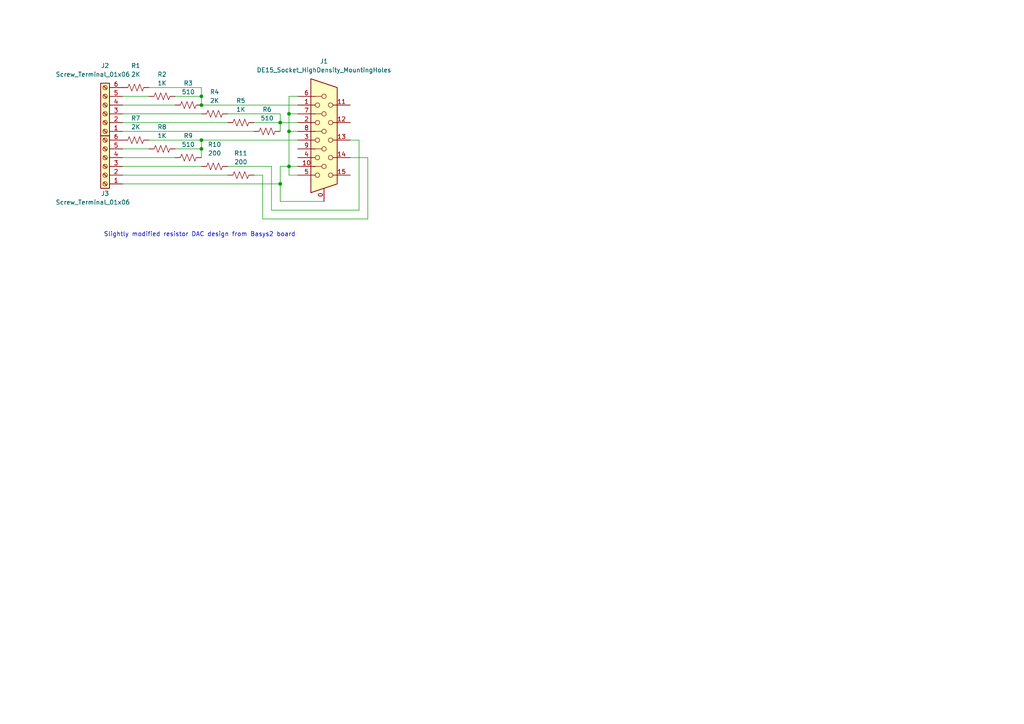
<source format=kicad_sch>
(kicad_sch (version 20250114) (generator "eeschema") (generator_version "9.0")
  (paper "A4")
  (lib_symbols
    (symbol "Connector:DE15_Socket_HighDensity_MountingHoles" (pin_names (offset 1.016) (hide yes))
      (property "Reference" "J" (at 0 21.59 0))
      (property "Value" "DE15_Socket_HighDensity_MountingHoles" (at 0 19.05 0))
      (symbol "DE15_Socket_HighDensity_MountingHoles_0_1"
        (polyline (pts (xy -3.81 17.78) (xy -3.81 -15.24) (xy 3.81 -12.7) (xy 3.81 15.24) (xy -3.81 17.78)) (stroke (width 0.254)) (fill (type background)))
        (polyline (pts (xy -3.175 7.62) (xy -0.635 7.62)))
        (circle (center -1.905 10.16) (radius 0.635))
        (circle (center -1.905 5.08) (radius 0.635))
        (circle (center -1.905 0) (radius 0.635))
        (circle (center -1.905 -5.08) (radius 0.635))
        (circle (center -1.905 -10.16) (radius 0.635))
        (polyline (pts (xy -0.635 12.7) (xy -3.175 12.7)))
        (polyline (pts (xy -0.635 2.54) (xy -3.175 2.54)))
        (polyline (pts (xy -0.635 -2.54) (xy -3.175 -2.54)))
        (polyline (pts (xy -0.635 -7.62) (xy -3.175 -7.62)))
        (circle (center 0 12.7) (radius 0.635))
        (circle (center 0 7.62) (radius 0.635))
        (circle (center 0 2.54) (radius 0.635))
        (circle (center 0 -2.54) (radius 0.635))
        (circle (center 0 -7.62) (radius 0.635))
        (circle (center 1.905 10.16) (radius 0.635))
        (circle (center 1.905 5.08) (radius 0.635))
        (circle (center 1.905 0) (radius 0.635))
        (circle (center 1.905 -5.08) (radius 0.635))
        (circle (center 1.905 -10.16) (radius 0.635))
      )
      (symbol "DE15_Socket_HighDensity_MountingHoles_1_1"
        (pin passive line (at -7.62 12.7 0) (length 5.08) (name "~") (number "6"))
        (pin passive line (at -7.62 10.16 0) (length 5.08) (name "~") (number "1"))
        (pin passive line (at -7.62 7.62 0) (length 5.08) (name "~") (number "7"))
        (pin passive line (at -7.62 5.08 0) (length 5.08) (name "~") (number "2"))
        (pin passive line (at -7.62 2.54 0) (length 5.08) (name "~") (number "8"))
        (pin passive line (at -7.62 0 0) (length 5.08) (name "~") (number "3"))
        (pin passive line (at -7.62 -2.54 0) (length 5.08) (name "~") (number "9"))
        (pin passive line (at -7.62 -5.08 0) (length 5.08) (name "~") (number "4"))
        (pin passive line (at -7.62 -7.62 0) (length 5.08) (name "~") (number "10"))
        (pin passive line (at -7.62 -10.16 0) (length 5.08) (name "~") (number "5"))
        (pin passive line (at 0 -17.78 90) (length 3.81) (name "~") (number "0"))
        (pin passive line (at 7.62 10.16 180) (length 5.08) (name "~") (number "11"))
        (pin passive line (at 7.62 5.08 180) (length 5.08) (name "~") (number "12"))
        (pin passive line (at 7.62 0 180) (length 5.08) (name "~") (number "13"))
        (pin passive line (at 7.62 -5.08 180) (length 5.08) (name "~") (number "14"))
        (pin passive line (at 7.62 -10.16 180) (length 5.08) (name "~") (number "15"))
      )
    )
    (symbol "Connector:Screw_Terminal_01x06" (pin_names (offset 1.016) (hide yes))
      (property "Reference" "J" (at 0 7.62 0))
      (property "Value" "Screw_Terminal_01x06" (at 0 -10.16 0))
      (symbol "Screw_Terminal_01x06_1_1"
        (rectangle (start -1.27 6.35) (end 1.27 -8.89) (stroke (width 0.254)) (fill (type background)))
        (polyline (pts (xy -0.5334 5.4102) (xy 0.3302 4.572)) (stroke (width 0.1524)))
        (polyline (pts (xy -0.5334 2.8702) (xy 0.3302 2.032)) (stroke (width 0.1524)))
        (polyline (pts (xy -0.5334 0.3302) (xy 0.3302 -0.508)) (stroke (width 0.1524)))
        (polyline (pts (xy -0.5334 -2.2098) (xy 0.3302 -3.048)) (stroke (width 0.1524)))
        (polyline (pts (xy -0.5334 -4.7498) (xy 0.3302 -5.588)) (stroke (width 0.1524)))
        (polyline (pts (xy -0.5334 -7.2898) (xy 0.3302 -8.128)) (stroke (width 0.1524)))
        (polyline (pts (xy -0.3556 5.588) (xy 0.508 4.7498)) (stroke (width 0.1524)))
        (polyline (pts (xy -0.3556 3.048) (xy 0.508 2.2098)) (stroke (width 0.1524)))
        (polyline (pts (xy -0.3556 0.508) (xy 0.508 -0.3302)) (stroke (width 0.1524)))
        (polyline (pts (xy -0.3556 -2.032) (xy 0.508 -2.8702)) (stroke (width 0.1524)))
        (polyline (pts (xy -0.3556 -4.572) (xy 0.508 -5.4102)) (stroke (width 0.1524)))
        (polyline (pts (xy -0.3556 -7.112) (xy 0.508 -7.9502)) (stroke (width 0.1524)))
        (circle (center 0 5.08) (radius 0.635) (stroke (width 0.1524)))
        (circle (center 0 2.54) (radius 0.635) (stroke (width 0.1524)))
        (circle (center 0 0) (radius 0.635) (stroke (width 0.1524)))
        (circle (center 0 -2.54) (radius 0.635) (stroke (width 0.1524)))
        (circle (center 0 -5.08) (radius 0.635) (stroke (width 0.1524)))
        (circle (center 0 -7.62) (radius 0.635) (stroke (width 0.1524)))
        (pin passive line (at -5.08 5.08 0) (length 3.81) (name "Pin_1") (number "1"))
        (pin passive line (at -5.08 2.54 0) (length 3.81) (name "Pin_2") (number "2"))
        (pin passive line (at -5.08 0 0) (length 3.81) (name "Pin_3") (number "3"))
        (pin passive line (at -5.08 -2.54 0) (length 3.81) (name "Pin_4") (number "4"))
        (pin passive line (at -5.08 -5.08 0) (length 3.81) (name "Pin_5") (number "5"))
        (pin passive line (at -5.08 -7.62 0) (length 3.81) (name "Pin_6") (number "6"))
      )
    )
    (symbol "Device:R_US" (pin_numbers (hide yes)) (pin_names (offset 0))
      (property "Reference" "R" (at 2.54 0 90))
      (property "Value" "R_US" (at -2.54 0 90))
      (symbol "R_US_0_1"
        (polyline (pts (xy 0 2.286) (xy 0 2.54)))
        (polyline (pts (xy 0 2.286) (xy 1.016 1.905) (xy 0 1.524) (xy -1.016 1.143) (xy 0 0.762)))
        (polyline (pts (xy 0 0.762) (xy 1.016 0.381) (xy 0 0) (xy -1.016 -0.381) (xy 0 -0.762)))
        (polyline (pts (xy 0 -0.762) (xy 1.016 -1.143) (xy 0 -1.524) (xy -1.016 -1.905) (xy 0 -2.286)))
        (polyline (pts (xy 0 -2.286) (xy 0 -2.54)))
      )
      (symbol "R_US_1_1"
        (pin passive line (at 0 3.81 270) (length 1.27) (name "~") (number "1"))
        (pin passive line (at 0 -3.81 90) (length 1.27) (name "~") (number "2"))
      )
    )
  )
  (text "Slightly modified resistor DAC design from Basys2 board" (at 57.912 68.072 0) (effects (font (size 1.27 1.27))))
  (junction (at 83.82 33.02))
  (junction (at 83.82 38.1))
  (junction (at 58.42 30.48))
  (junction (at 58.42 43.18))
  (junction (at 58.42 40.64))
  (junction (at 58.42 27.94))
  (junction (at 83.82 48.26))
  (junction (at 81.28 35.56))
  (junction (at 81.28 53.34))
  (wire (pts (xy 35.56 35.56) (xy 66.04 35.56)))
  (wire (pts (xy 35.56 33.02) (xy 58.42 33.02)))
  (wire (pts (xy 35.56 50.8) (xy 66.04 50.8)))
  (wire (pts (xy 76.2 50.8) (xy 76.2 63.5)))
  (wire (pts (xy 58.42 43.18) (xy 58.42 45.72)))
  (wire (pts (xy 35.56 43.18) (xy 43.18 43.18)))
  (wire (pts (xy 35.56 48.26) (xy 58.42 48.26)))
  (wire (pts (xy 93.98 58.42) (xy 81.28 58.42)))
  (wire (pts (xy 43.18 40.64) (xy 58.42 40.64)))
  (wire (pts (xy 78.74 60.96) (xy 104.14 60.96)))
  (wire (pts (xy 104.14 60.96) (xy 104.14 40.64)))
  (wire (pts (xy 76.2 63.5) (xy 106.68 63.5)))
  (wire (pts (xy 81.28 53.34) (xy 81.28 58.42)))
  (wire (pts (xy 50.8 43.18) (xy 58.42 43.18)))
  (wire (pts (xy 83.82 38.1) (xy 86.36 38.1)))
  (wire (pts (xy 35.56 38.1) (xy 73.66 38.1)))
  (wire (pts (xy 81.28 35.56) (xy 86.36 35.56)))
  (wire (pts (xy 78.74 48.26) (xy 78.74 60.96)))
  (wire (pts (xy 86.36 50.8) (xy 83.82 50.8)))
  (wire (pts (xy 58.42 30.48) (xy 86.36 30.48)))
  (wire (pts (xy 86.36 33.02) (xy 83.82 33.02)))
  (wire (pts (xy 58.42 40.64) (xy 58.42 43.18)))
  (wire (pts (xy 58.42 40.64) (xy 86.36 40.64)))
  (wire (pts (xy 83.82 27.94) (xy 83.82 33.02)))
  (wire (pts (xy 58.42 27.94) (xy 58.42 30.48)))
  (wire (pts (xy 73.66 50.8) (xy 76.2 50.8)))
  (wire (pts (xy 86.36 27.94) (xy 83.82 27.94)))
  (wire (pts (xy 81.28 48.26) (xy 83.82 48.26)))
  (wire (pts (xy 50.8 27.94) (xy 58.42 27.94)))
  (wire (pts (xy 83.82 38.1) (xy 83.82 48.26)))
  (wire (pts (xy 104.14 40.64) (xy 101.6 40.64)))
  (wire (pts (xy 66.04 48.26) (xy 78.74 48.26)))
  (wire (pts (xy 81.28 48.26) (xy 81.28 53.34)))
  (wire (pts (xy 81.28 33.02) (xy 81.28 35.56)))
  (wire (pts (xy 66.04 33.02) (xy 81.28 33.02)))
  (wire (pts (xy 35.56 53.34) (xy 81.28 53.34)))
  (wire (pts (xy 73.66 35.56) (xy 81.28 35.56)))
  (wire (pts (xy 83.82 48.26) (xy 83.82 50.8)))
  (wire (pts (xy 58.42 25.4) (xy 58.42 27.94)))
  (wire (pts (xy 83.82 33.02) (xy 83.82 38.1)))
  (wire (pts (xy 81.28 35.56) (xy 81.28 38.1)))
  (wire (pts (xy 106.68 63.5) (xy 106.68 45.72)))
  (wire (pts (xy 83.82 48.26) (xy 86.36 48.26)))
  (wire (pts (xy 35.56 27.94) (xy 43.18 27.94)))
  (wire (pts (xy 106.68 45.72) (xy 101.6 45.72)))
  (wire (pts (xy 43.18 25.4) (xy 58.42 25.4)))
  (wire (pts (xy 35.56 45.72) (xy 50.8 45.72)))
  (wire (pts (xy 35.56 30.48) (xy 50.8 30.48)))
  (symbol (lib_id "Device:R_US") (at 69.85 35.56 270) (unit 1)
    (property "Reference" "R5" (at 69.85 29.21 90))
    (property "Value" "1K" (at 69.85 31.75 90))
    (property "Footprint" "Resistor_SMD:R_1206_3216Metric" (effects (hide yes)))
    (property "Description" "Resistor, US symbol" (effects (hide yes)))
  )
  (symbol (lib_id "Device:R_US") (at 62.23 33.02 270) (unit 1)
    (property "Reference" "R4" (at 62.23 26.67 90))
    (property "Value" "2K" (at 62.23 29.21 90))
    (property "Footprint" "Resistor_SMD:R_1206_3216Metric" (effects (hide yes)))
    (property "Description" "Resistor, US symbol" (effects (hide yes)))
  )
  (symbol (lib_id "Connector:Screw_Terminal_01x06") (at 30.48 33.02 180) (unit 1)
    (property "Reference" "J2" (at 30.48 19.05 0))
    (property "Value" "Screw_Terminal_01x06" (at 26.924 21.59 0))
    (property "Footprint" "TerminalBlock_4Ucon:TerminalBlock_4Ucon_1x06_P3.50mm_Vertical" (effects (hide yes)))
    (property "Description" "Generic screw terminal, single row, 01x06, script generated (kicad-library-utils/schlib/autogen/connector/)" (effects (hide yes)))
  )
  (symbol (lib_id "Device:R_US") (at 77.47 38.1 270) (unit 1)
    (property "Reference" "R6" (at 77.47 31.75 90))
    (property "Value" "510" (at 77.47 34.29 90))
    (property "Footprint" "Resistor_SMD:R_1206_3216Metric" (effects (hide yes)))
    (property "Description" "Resistor, US symbol" (effects (hide yes)))
  )
  (symbol (lib_id "Connector:DE15_Socket_HighDensity_MountingHoles") (at 93.98 40.64 0) (unit 1)
    (property "Reference" "J1" (at 93.98 17.78 0))
    (property "Value" "DE15_Socket_HighDensity_MountingHoles" (at 93.98 20.32 0))
    (property "Footprint" "Connector_Dsub:DSUB-15-HD_Socket_Horizontal_P2.29x2.54mm_EdgePinOffset8.35mm_Housed_MountingHolesOffset10.89mm" (effects (hide yes)))
    (property "Description" "15-pin D-SUB connector, socket (female), High density (3 columns), Triple Row, Generic, VGA-connector, Mounting Hole" (effects (hide yes)))
  )
  (symbol (lib_id "Device:R_US") (at 46.99 43.18 270) (unit 1)
    (property "Reference" "R8" (at 46.99 36.83 90))
    (property "Value" "1K" (at 46.99 39.37 90))
    (property "Footprint" "Resistor_SMD:R_1206_3216Metric" (effects (hide yes)))
    (property "Description" "Resistor, US symbol" (effects (hide yes)))
  )
  (symbol (lib_id "Device:R_US") (at 39.37 40.64 270) (unit 1)
    (property "Reference" "R7" (at 39.37 34.29 90))
    (property "Value" "2K" (at 39.37 36.83 90))
    (property "Footprint" "Resistor_SMD:R_1206_3216Metric" (effects (hide yes)))
    (property "Description" "Resistor, US symbol" (effects (hide yes)))
  )
  (symbol (lib_id "Connector:Screw_Terminal_01x06") (at 30.48 48.26 180) (unit 1)
    (property "Reference" "J3" (at 30.48 56.134 0))
    (property "Value" "Screw_Terminal_01x06" (at 26.924 58.674 0))
    (property "Footprint" "TerminalBlock_4Ucon:TerminalBlock_4Ucon_1x06_P3.50mm_Vertical" (effects (hide yes)))
    (property "Description" "Generic screw terminal, single row, 01x06, script generated (kicad-library-utils/schlib/autogen/connector/)" (effects (hide yes)))
  )
  (symbol (lib_id "Device:R_US") (at 62.23 48.26 270) (unit 1)
    (property "Reference" "R10" (at 62.23 41.91 90))
    (property "Value" "200" (at 62.23 44.45 90))
    (property "Footprint" "Resistor_SMD:R_1206_3216Metric" (effects (hide yes)))
    (property "Description" "Resistor, US symbol" (effects (hide yes)))
  )
  (symbol (lib_id "Device:R_US") (at 46.99 27.94 270) (unit 1)
    (property "Reference" "R2" (at 46.99 21.59 90))
    (property "Value" "1K" (at 46.99 24.13 90))
    (property "Footprint" "Resistor_SMD:R_1206_3216Metric" (effects (hide yes)))
    (property "Description" "Resistor, US symbol" (effects (hide yes)))
  )
  (symbol (lib_id "Device:R_US") (at 39.37 25.4 270) (unit 1)
    (property "Reference" "R1" (at 39.37 19.05 90))
    (property "Value" "2K" (at 39.37 21.59 90))
    (property "Footprint" "Resistor_SMD:R_1206_3216Metric" (effects (hide yes)))
    (property "Description" "Resistor, US symbol" (effects (hide yes)))
  )
  (symbol (lib_id "Device:R_US") (at 54.61 45.72 270) (unit 1)
    (property "Reference" "R9" (at 54.61 39.37 90))
    (property "Value" "510" (at 54.61 41.91 90))
    (property "Footprint" "Resistor_SMD:R_1206_3216Metric" (effects (hide yes)))
    (property "Description" "Resistor, US symbol" (effects (hide yes)))
  )
  (symbol (lib_id "Device:R_US") (at 69.85 50.8 270) (unit 1)
    (property "Reference" "R11" (at 69.85 44.45 90))
    (property "Value" "200" (at 69.85 46.99 90))
    (property "Footprint" "Resistor_SMD:R_1206_3216Metric" (effects (hide yes)))
    (property "Description" "Resistor, US symbol" (effects (hide yes)))
  )
  (symbol (lib_id "Device:R_US") (at 54.61 30.48 270) (unit 1)
    (property "Reference" "R3" (at 54.61 24.13 90))
    (property "Value" "510" (at 54.61 26.67 90))
    (property "Footprint" "Resistor_SMD:R_1206_3216Metric" (effects (hide yes)))
    (property "Description" "Resistor, US symbol" (effects (hide yes)))
  )
)
</source>
